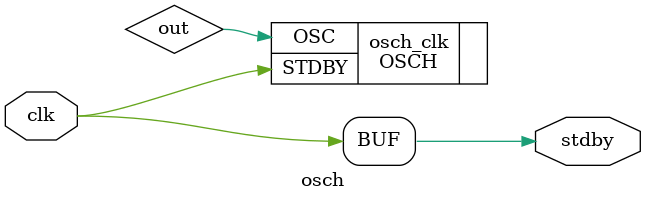
<source format=v>
module osch (
  input clk,
  output stdby
);

  wire out;

  OSCH #(
    .NOM_FREQ("2.08")
  ) osch_clk (
    .STDBY(stdby),
    .OSC(out)
  );

  assign clk = stdby;

endmodule

</source>
